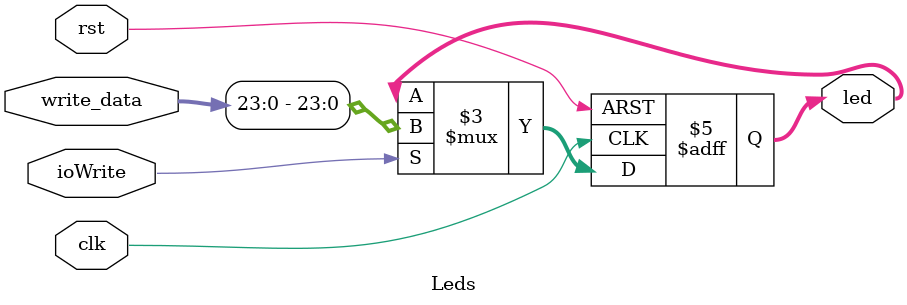
<source format=v>
`timescale 1ns / 1ps

module Leds(
    input clk,
    input rst,
    input ioWrite,
    input[31:0] write_data,
    output reg[23:0] led
);

    //pos or neg?
    always @(posedge clk or posedge rst) begin
        if(rst)
            led = {24{1'b0}};
        else if (ioWrite)
            led = write_data[23:0];
        else
            led = led;
    end
endmodule

</source>
